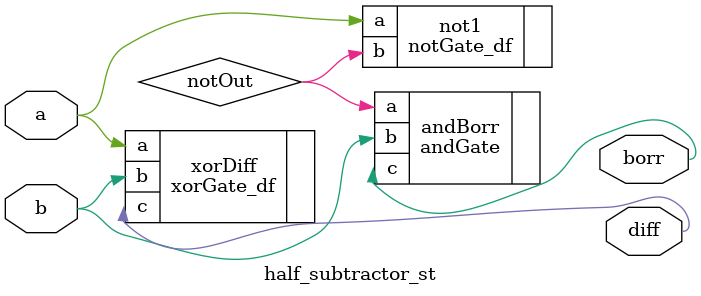
<source format=v>
`include "xorGate_df.v"
`include "andGate.v"
`include "notGate_df.v"
module half_subtractor_st(output diff,borr, input a,b);
    wire notOut;

    xorGate_df xorDiff(
        .a(a),
        .b(b),
        .c(diff)
    );
    notGate_df not1(
        .a(a),
        .b(notOut)
    );
    andGate andBorr(
        .a(notOut),
        .b(b),
        .c(borr)
    );

endmodule
</source>
